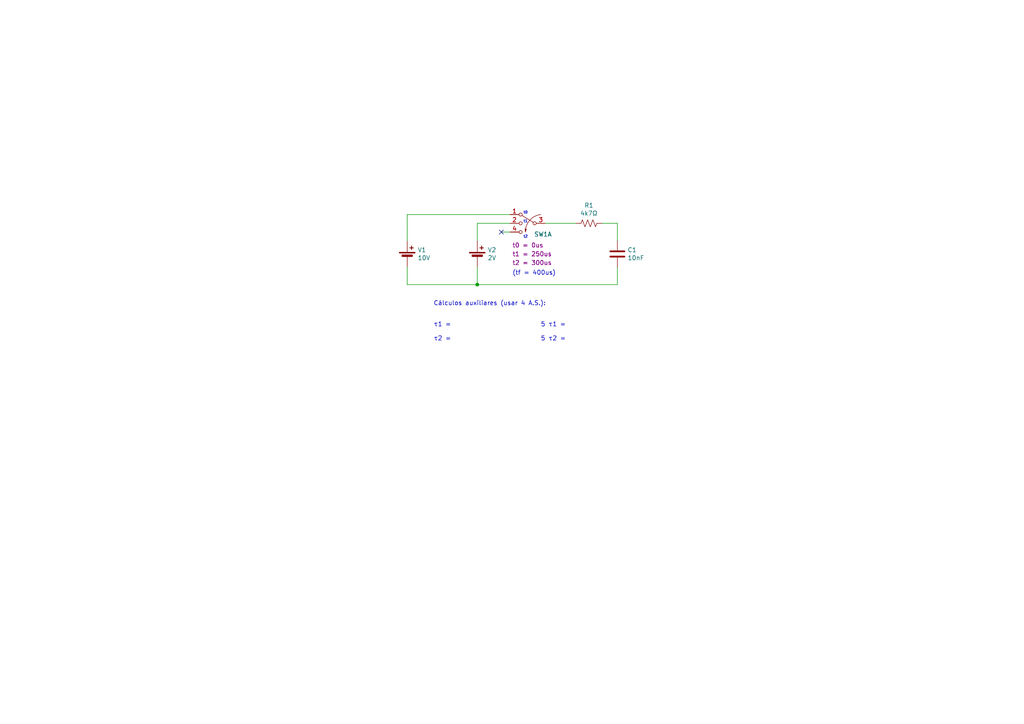
<source format=kicad_sch>
(kicad_sch (version 20230121) (generator eeschema)
  (paper "A4")
  (title_block (title "Questão 10 - P2/2020 - Noturno") (date "2020-11-19") (rev "0") (company "ETE103 - Fundamentos de Circuitos Analógicos"))
  (lib_symbols
    (symbol "Device:Battery_Cell" (pin_numbers hide) (pin_names (offset 0) hide)
      (property "Reference" "BT" (at 2.54 2.54 0))
      (property "Value" "Battery_Cell" (at 2.54 0 0))
      (symbol "Battery_Cell_0_1"
        (rectangle (start -2.286 1.778) (end 2.286 1.524) (fill (type outline)))
        (rectangle (start -1.524 1.016) (end 1.524 0.508) (fill (type outline)))
        (polyline (pts (xy 0 0.762) (xy 0 0)))
        (polyline (pts (xy 0 1.778) (xy 0 2.54)))
        (polyline (pts (xy 0.762 3.048) (xy 1.778 3.048)) (stroke (width 0.254)))
        (polyline (pts (xy 1.27 3.556) (xy 1.27 2.54)) (stroke (width 0.254)))
      )
      (symbol "Battery_Cell_1_1"
        (pin passive line (at 0 5.08 270) (length 2.54) (name "+") (number "1"))
        (pin passive line (at 0 -2.54 90) (length 2.54) (name "-") (number "2"))
      )
    )
    (symbol "Device:C" (pin_numbers hide) (pin_names (offset 0.254))
      (property "Reference" "C" (at 0.635 2.54 0))
      (property "Value" "C" (at 0.635 -2.54 0))
      (symbol "C_0_1"
        (polyline (pts (xy -2.032 -0.762) (xy 2.032 -0.762)) (stroke (width 0.508)))
        (polyline (pts (xy -2.032 0.762) (xy 2.032 0.762)) (stroke (width 0.508)))
      )
      (symbol "C_1_1"
        (pin passive line (at 0 3.81 270) (length 2.794) (name "~") (number "1"))
        (pin passive line (at 0 -3.81 90) (length 2.794) (name "~") (number "2"))
      )
    )
    (symbol "Device:R_US" (pin_numbers hide) (pin_names (offset 0))
      (property "Reference" "R" (at 2.54 0 90))
      (property "Value" "R_US" (at -2.54 0 90))
      (symbol "R_US_0_1"
        (polyline (pts (xy 0 -2.286) (xy 0 -2.54)))
        (polyline (pts (xy 0 2.286) (xy 0 2.54)))
        (polyline (pts (xy 0 -0.762) (xy 1.016 -1.143) (xy 0 -1.524) (xy -1.016 -1.905) (xy 0 -2.286)))
        (polyline (pts (xy 0 0.762) (xy 1.016 0.381) (xy 0 0) (xy -1.016 -0.381) (xy 0 -0.762)))
        (polyline (pts (xy 0 2.286) (xy 1.016 1.905) (xy 0 1.524) (xy -1.016 1.143) (xy 0 0.762)))
      )
      (symbol "R_US_1_1"
        (pin passive line (at 0 3.81 270) (length 1.27) (name "~") (number "1"))
        (pin passive line (at 0 -3.81 90) (length 1.27) (name "~") (number "2"))
      )
    )
    (symbol "Switch:SW_DP3T" (pin_names (offset 0) hide)
      (property "Reference" "SW" (at 0 5.08 0))
      (property "Value" "SW_DP3T" (at 0 -5.08 0))
      (symbol "SW_DP3T_0_1"
        (circle (center -2.032 0) (radius 0.4572))
        (polyline (pts (xy -1.651 0.254) (xy 1.651 2.286)))
        (circle (center 2.032 -2.54) (radius 0.4572))
        (circle (center 2.032 0) (radius 0.4572))
        (circle (center 2.032 2.54) (radius 0.4572))
      )
      (symbol "SW_DP3T_1_1"
        (pin passive line (at 5.08 2.54 180) (length 2.54) (name "1") (number "1"))
        (pin passive line (at 5.08 0 180) (length 2.54) (name "2") (number "2"))
        (pin passive line (at -5.08 0 0) (length 2.54) (name "3") (number "3"))
        (pin passive line (at 5.08 -2.54 180) (length 2.54) (name "4") (number "4"))
      )
      (symbol "SW_DP3T_2_1"
        (pin passive line (at 5.08 2.54 180) (length 2.54) (name "5") (number "5"))
        (pin passive line (at 5.08 0 180) (length 2.54) (name "6") (number "6"))
        (pin passive line (at -5.08 0 0) (length 2.54) (name "7") (number "7"))
        (pin passive line (at 5.08 -2.54 180) (length 2.54) (name "8") (number "8"))
      )
    )
    (symbol "carga-e-descarga-de-capacitor-rescue:seta_tempo-Pessoal" (pin_names (offset 1.016))
      (property "Reference" "t" (at 0.762 3.937 0))
      (property "Instante" "t0 = 0s" (at 2.286 5.207 0))
      (symbol "seta_tempo-Pessoal_0_1"
        (polyline (pts (xy 5.08 4.445) (xy 4.191 4.572) (xy 4.191 4.191) (xy 5.08 4.445)) (fill (type outline)))
        (arc (start 4.445 4.445) (mid 1.4468 2.9929) (end 0 0))
      )
    )
  )
  (junction (at 138.43 82.55))
  (no_connect (at 145.415 67.31))
  (wire (pts (xy 118.11 77.47) (xy 118.11 82.55)))
  (wire (pts (xy 158.115 64.77) (xy 167.005 64.77)))
  (wire (pts (xy 138.43 82.55) (xy 179.07 82.55)))
  (wire (pts (xy 118.11 82.55) (xy 138.43 82.55)))
  (wire (pts (xy 174.625 64.77) (xy 179.07 64.77)))
  (wire (pts (xy 147.955 64.77) (xy 138.43 64.77)))
  (wire (pts (xy 138.43 77.47) (xy 138.43 82.55)))
  (wire (pts (xy 179.07 77.47) (xy 179.07 82.55)))
  (wire (pts (xy 118.11 62.23) (xy 147.955 62.23)))
  (wire (pts (xy 147.955 67.31) (xy 145.415 67.31)))
  (wire (pts (xy 179.07 64.77) (xy 179.07 69.85)))
  (wire (pts (xy 138.43 64.77) (xy 138.43 69.85)))
  (wire (pts (xy 118.11 69.85) (xy 118.11 62.23)))
  (text "t0" (at 151.765 62.23 0) (effects (font (size 0.762 0.762)) (justify left bottom)))
  (text "t1" (at 151.765 64.77 0) (effects (font (size 0.762 0.762)) (justify left bottom)))
  (text "Cálculos auxiliares (usar 4 A.S.):\n\n\nτ1 =                           5 τ1 = \n\nτ2 =                           5 τ2 = " (at 125.73 99.06 0) (effects (font (size 1.27 1.27)) (justify left bottom)))
  (text "(tf = 400us)" (at 148.59 80.01 0) (effects (font (size 1.27 1.27)) (justify left bottom)))
  (text "t2" (at 151.765 69.215 0) (effects (font (size 0.762 0.762)) (justify left bottom)))
  (symbol (lib_id "Device:Battery_Cell") (at 118.11 74.93 0) (unit 1)
    (property "Reference" "V1" (at 121.1072 72.4916 0) (effects (justify left)))
    (property "Value" "10V" (at 121.1072 74.803 0) (effects (justify left)))
  )
  (symbol (lib_id "Device:Battery_Cell") (at 138.43 74.93 0) (unit 1)
    (property "Reference" "V2" (at 141.4272 72.4916 0) (effects (justify left)))
    (property "Value" "2V" (at 141.4272 74.803 0) (effects (justify left)))
  )
  (symbol (lib_id "Device:R_US") (at 170.815 64.77 270) (unit 1)
    (property "Reference" "R1" (at 170.815 59.563 90))
    (property "Value" "4k7Ω" (at 170.815 61.8744 90))
  )
  (symbol (lib_id "Device:C") (at 179.07 73.66 0) (unit 1)
    (property "Reference" "C1" (at 181.991 72.4916 0) (effects (justify left)))
    (property "Value" "10nF" (at 181.991 74.803 0) (effects (justify left)))
  )
  (symbol (lib_id "Switch:SW_DP3T") (at 153.035 64.77 0) (mirror y) (unit 1)
    (property "Reference" "SW1" (at 157.48 67.945 0))
    (property "Value" "SW_DP3T" (effects hide))
  )
  (symbol (lib_id "carga-e-descarga-de-capacitor-rescue:seta_tempo-Pessoal") (at 156.845 62.23 90) (mirror x) (unit 1)
    (property "Reference" "t1" (effects hide))
    (property "Value" "seta_tempo" (effects hide))
    (property "Instante" "t0 = 0us" (at 148.59 71.12 90) (effects (justify right)))
    (property "Instante2" "t1 = 250us" (at 148.59 73.66 90) (effects (justify right)))
    (property "Instante3" "t2 = 300us" (at 148.59 76.2 90) (effects (justify right)))
  )
)
</source>
